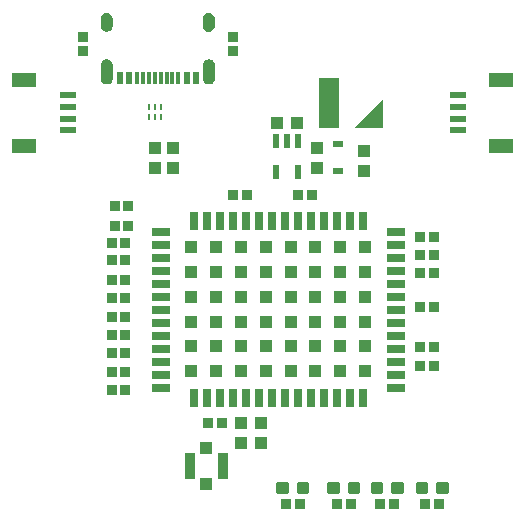
<source format=gtp>
G04 EAGLE Gerber RS-274X export*
G75*
%MOMM*%
%FSLAX34Y34*%
%LPD*%
%INSolderpaste Top*%
%IPPOS*%
%AMOC8*
5,1,8,0,0,1.08239X$1,22.5*%
G01*
%ADD10R,2.000000X1.200000*%
%ADD11R,1.350000X0.600000*%
%ADD12R,0.850000X0.900000*%
%ADD13R,0.850000X2.200000*%
%ADD14R,1.000000X1.050000*%
%ADD15R,0.830000X0.630000*%
%ADD16R,1.000000X1.100000*%
%ADD17C,0.300000*%
%ADD18R,1.700000X4.200000*%
%ADD19R,0.300000X1.000000*%
%ADD20R,0.600000X1.000000*%
%ADD21R,1.100000X1.000000*%
%ADD22R,0.550000X1.200000*%
%ADD23R,0.900000X0.850000*%
%ADD24R,0.250000X0.610000*%
%ADD25R,0.250000X0.560000*%
%ADD26R,0.800000X1.500000*%
%ADD27R,1.500000X0.800000*%
%ADD28R,1.100000X1.100000*%

G36*
X317646Y329826D02*
X317646Y329826D01*
X317663Y329823D01*
X317713Y329845D01*
X317764Y329860D01*
X317775Y329873D01*
X317791Y329880D01*
X317821Y329925D01*
X317856Y329965D01*
X317859Y329982D01*
X317868Y329997D01*
X317879Y330070D01*
X317879Y354070D01*
X317867Y354112D01*
X317864Y354156D01*
X317848Y354178D01*
X317840Y354204D01*
X317807Y354233D01*
X317781Y354268D01*
X317755Y354278D01*
X317735Y354296D01*
X317691Y354303D01*
X317651Y354318D01*
X317624Y354313D01*
X317597Y354317D01*
X317556Y354299D01*
X317514Y354290D01*
X317478Y354264D01*
X317469Y354260D01*
X317465Y354255D01*
X317454Y354246D01*
X293454Y330246D01*
X293433Y330208D01*
X293404Y330175D01*
X293400Y330148D01*
X293387Y330124D01*
X293390Y330080D01*
X293383Y330037D01*
X293394Y330012D01*
X293396Y329984D01*
X293422Y329949D01*
X293440Y329909D01*
X293463Y329894D01*
X293479Y329872D01*
X293520Y329856D01*
X293557Y329832D01*
X293600Y329825D01*
X293609Y329822D01*
X293616Y329823D01*
X293630Y329821D01*
X317630Y329821D01*
X317646Y329826D01*
G37*
G36*
X84004Y367009D02*
X84004Y367009D01*
X84007Y367005D01*
X85115Y367175D01*
X85121Y367181D01*
X85126Y367178D01*
X86168Y367590D01*
X86172Y367597D01*
X86177Y367595D01*
X87102Y368229D01*
X87104Y368237D01*
X87110Y368236D01*
X87870Y369060D01*
X87871Y369068D01*
X87877Y369068D01*
X88434Y370040D01*
X88434Y370044D01*
X88435Y370045D01*
X88433Y370047D01*
X88433Y370048D01*
X88439Y370050D01*
X88766Y371122D01*
X88765Y371127D01*
X88767Y371128D01*
X88765Y371131D01*
X88768Y371133D01*
X88849Y372250D01*
X88848Y372253D01*
X88849Y372254D01*
X88849Y384254D01*
X88844Y384261D01*
X88848Y384265D01*
X88629Y385209D01*
X88623Y385215D01*
X88625Y385220D01*
X88202Y386092D01*
X88194Y386095D01*
X88196Y386101D01*
X87589Y386857D01*
X87581Y386859D01*
X87581Y386865D01*
X86821Y387466D01*
X86812Y387466D01*
X86811Y387472D01*
X85936Y387890D01*
X85928Y387888D01*
X85926Y387893D01*
X84980Y388106D01*
X84973Y388102D01*
X84969Y388107D01*
X84000Y388103D01*
X83999Y388103D01*
X82931Y388084D01*
X82930Y388084D01*
X82924Y388080D01*
X82920Y388083D01*
X81883Y387827D01*
X81878Y387820D01*
X81872Y387823D01*
X80918Y387342D01*
X80915Y387335D01*
X80909Y387336D01*
X80086Y386655D01*
X80084Y386647D01*
X80078Y386647D01*
X79427Y385800D01*
X79427Y385792D01*
X79421Y385791D01*
X78974Y384820D01*
X78976Y384812D01*
X78971Y384810D01*
X78752Y383764D01*
X78755Y383757D01*
X78751Y383754D01*
X78751Y371754D01*
X78754Y371749D01*
X78751Y371746D01*
X78931Y370651D01*
X78937Y370645D01*
X78934Y370640D01*
X79353Y369612D01*
X79360Y369608D01*
X79358Y369603D01*
X79996Y368694D01*
X80003Y368692D01*
X80003Y368686D01*
X80826Y367942D01*
X80834Y367941D01*
X80835Y367935D01*
X81803Y367393D01*
X81812Y367394D01*
X81814Y367388D01*
X82878Y367075D01*
X82886Y367078D01*
X82889Y367073D01*
X83997Y367005D01*
X84004Y367009D01*
G37*
G36*
X170502Y367008D02*
X170502Y367008D01*
X170506Y367005D01*
X171551Y367123D01*
X171557Y367129D01*
X171562Y367125D01*
X172556Y367473D01*
X172560Y367480D01*
X172565Y367478D01*
X173457Y368038D01*
X173460Y368045D01*
X173465Y368045D01*
X174209Y368789D01*
X174211Y368797D01*
X174216Y368797D01*
X174776Y369689D01*
X174776Y369696D01*
X174777Y369697D01*
X174781Y369698D01*
X175129Y370692D01*
X175126Y370700D01*
X175131Y370703D01*
X175249Y371749D01*
X175247Y371752D01*
X175249Y371754D01*
X175249Y383754D01*
X175246Y383759D01*
X175249Y383762D01*
X175091Y384758D01*
X175085Y384764D01*
X175088Y384769D01*
X174713Y385705D01*
X174706Y385709D01*
X174708Y385715D01*
X174134Y386544D01*
X174126Y386547D01*
X174127Y386552D01*
X173383Y387233D01*
X173374Y387234D01*
X173374Y387240D01*
X172497Y387738D01*
X172489Y387737D01*
X172486Y387742D01*
X171521Y388033D01*
X171513Y388030D01*
X171510Y388035D01*
X170503Y388103D01*
X170501Y388102D01*
X170500Y388103D01*
X169419Y388094D01*
X169412Y388089D01*
X169408Y388093D01*
X168356Y387844D01*
X168351Y387837D01*
X168346Y387840D01*
X167376Y387363D01*
X167373Y387355D01*
X167367Y387357D01*
X166528Y386676D01*
X166526Y386668D01*
X166520Y386668D01*
X165854Y385818D01*
X165853Y385809D01*
X165848Y385808D01*
X165387Y384831D01*
X165389Y384823D01*
X165384Y384820D01*
X165152Y383765D01*
X165155Y383757D01*
X165151Y383754D01*
X165151Y371754D01*
X165155Y371749D01*
X165151Y371746D01*
X165344Y370640D01*
X165350Y370635D01*
X165347Y370630D01*
X165780Y369595D01*
X165787Y369591D01*
X165785Y369586D01*
X166438Y368673D01*
X166446Y368671D01*
X166445Y368665D01*
X167284Y367921D01*
X167293Y367920D01*
X167293Y367915D01*
X168277Y367376D01*
X168285Y367377D01*
X168287Y367372D01*
X169366Y367065D01*
X169374Y367068D01*
X169377Y367063D01*
X170497Y367005D01*
X170502Y367008D01*
G37*
G36*
X84004Y411510D02*
X84004Y411510D01*
X84009Y411506D01*
X85146Y411713D01*
X85152Y411719D01*
X85157Y411716D01*
X86219Y412171D01*
X86223Y412178D01*
X86229Y412176D01*
X87164Y412856D01*
X87166Y412864D01*
X87172Y412863D01*
X87932Y413734D01*
X87932Y413742D01*
X87938Y413743D01*
X88485Y414762D01*
X88484Y414770D01*
X88489Y414772D01*
X88495Y414791D01*
X88508Y414840D01*
X88522Y414890D01*
X88535Y414939D01*
X88549Y414988D01*
X88562Y415037D01*
X88563Y415037D01*
X88562Y415037D01*
X88576Y415087D01*
X88590Y415136D01*
X88603Y415185D01*
X88617Y415234D01*
X88630Y415284D01*
X88644Y415333D01*
X88657Y415382D01*
X88671Y415431D01*
X88685Y415481D01*
X88698Y415530D01*
X88712Y415579D01*
X88796Y415886D01*
X88793Y415894D01*
X88798Y415897D01*
X88849Y417052D01*
X88848Y417053D01*
X88849Y417054D01*
X88849Y423054D01*
X88845Y423060D01*
X88848Y423063D01*
X88636Y424144D01*
X88630Y424149D01*
X88633Y424154D01*
X88186Y425160D01*
X88179Y425164D01*
X88181Y425170D01*
X87521Y426051D01*
X87513Y426054D01*
X87513Y426059D01*
X86674Y426772D01*
X86666Y426772D01*
X86665Y426778D01*
X85688Y427286D01*
X85680Y427285D01*
X85678Y427290D01*
X84613Y427568D01*
X84605Y427565D01*
X84602Y427569D01*
X83502Y427603D01*
X83496Y427600D01*
X83493Y427603D01*
X82418Y427448D01*
X82412Y427442D01*
X82407Y427445D01*
X81393Y427055D01*
X81389Y427048D01*
X81383Y427050D01*
X80481Y426443D01*
X80479Y426435D01*
X80473Y426436D01*
X79729Y425644D01*
X79728Y425636D01*
X79722Y425636D01*
X79173Y424698D01*
X79174Y424690D01*
X79168Y424688D01*
X78841Y423652D01*
X78844Y423644D01*
X78839Y423641D01*
X78751Y422558D01*
X78753Y422555D01*
X78751Y422554D01*
X78751Y416554D01*
X78754Y416550D01*
X78751Y416548D01*
X78901Y415415D01*
X78907Y415409D01*
X78904Y415404D01*
X79302Y414334D01*
X79309Y414330D01*
X79307Y414324D01*
X79934Y413369D01*
X79942Y413366D01*
X79941Y413361D01*
X80764Y412569D01*
X80772Y412568D01*
X80773Y412562D01*
X81752Y411973D01*
X81760Y411974D01*
X81762Y411969D01*
X82847Y411613D01*
X82855Y411616D01*
X82858Y411611D01*
X83995Y411505D01*
X84004Y411510D01*
G37*
G36*
X171142Y411611D02*
X171142Y411611D01*
X171148Y411616D01*
X171153Y411613D01*
X172238Y411969D01*
X172243Y411976D01*
X172248Y411973D01*
X173227Y412562D01*
X173230Y412570D01*
X173236Y412569D01*
X174059Y413361D01*
X174060Y413369D01*
X174066Y413369D01*
X174693Y414324D01*
X174692Y414332D01*
X174698Y414334D01*
X175096Y415404D01*
X175094Y415412D01*
X175099Y415415D01*
X175249Y416548D01*
X175246Y416552D01*
X175249Y416554D01*
X175249Y422554D01*
X175246Y422558D01*
X175249Y422560D01*
X175099Y423693D01*
X175093Y423699D01*
X175096Y423704D01*
X174698Y424774D01*
X174691Y424778D01*
X174693Y424784D01*
X174066Y425739D01*
X174058Y425742D01*
X174059Y425747D01*
X173236Y426539D01*
X173228Y426540D01*
X173227Y426546D01*
X172248Y427135D01*
X172240Y427134D01*
X172238Y427139D01*
X171153Y427495D01*
X171145Y427493D01*
X171142Y427497D01*
X170005Y427603D01*
X169998Y427599D01*
X169994Y427603D01*
X168906Y427458D01*
X168900Y427452D01*
X168895Y427455D01*
X167867Y427072D01*
X167862Y427065D01*
X167857Y427067D01*
X166940Y426464D01*
X166937Y426456D01*
X166931Y426457D01*
X166171Y425665D01*
X166170Y425657D01*
X166164Y425656D01*
X165600Y424715D01*
X165601Y424707D01*
X165595Y424705D01*
X165254Y423662D01*
X165256Y423654D01*
X165252Y423651D01*
X165151Y422559D01*
X165153Y422556D01*
X165151Y422554D01*
X165151Y416554D01*
X165153Y416551D01*
X165151Y416550D01*
X165252Y415457D01*
X165257Y415451D01*
X165254Y415446D01*
X165595Y414403D01*
X165602Y414398D01*
X165600Y414393D01*
X166164Y413452D01*
X166172Y413449D01*
X166171Y413443D01*
X166931Y412651D01*
X166939Y412650D01*
X166940Y412644D01*
X167857Y412042D01*
X167865Y412042D01*
X167867Y412037D01*
X168895Y411653D01*
X168903Y411655D01*
X168906Y411650D01*
X169994Y411505D01*
X170001Y411509D01*
X170005Y411505D01*
X171142Y411611D01*
G37*
D10*
X14050Y370900D03*
X14050Y314900D03*
D11*
X50800Y357900D03*
X50800Y347900D03*
X50800Y337900D03*
X50800Y327900D03*
D12*
X90407Y246634D03*
X102007Y246634D03*
X90407Y263810D03*
X102007Y263810D03*
D13*
X154398Y43434D03*
X181898Y43434D03*
D14*
X168148Y58684D03*
X168148Y28184D03*
D15*
X279908Y316300D03*
X279908Y293300D03*
D16*
X301244Y310760D03*
X301244Y293760D03*
D17*
X246570Y28900D02*
X246570Y21900D01*
X246570Y28900D02*
X253570Y28900D01*
X253570Y21900D01*
X246570Y21900D01*
X246570Y24750D02*
X253570Y24750D01*
X253570Y27600D02*
X246570Y27600D01*
X229030Y28900D02*
X229030Y21900D01*
X229030Y28900D02*
X236030Y28900D01*
X236030Y21900D01*
X229030Y21900D01*
X229030Y24750D02*
X236030Y24750D01*
X236030Y27600D02*
X229030Y27600D01*
D12*
X235500Y11430D03*
X247100Y11430D03*
D18*
X272330Y350870D03*
D19*
X119500Y371954D03*
X124500Y371954D03*
D20*
X94750Y371954D03*
X102500Y371954D03*
D19*
X109500Y371954D03*
X114500Y371954D03*
X134500Y371954D03*
X129500Y371954D03*
D20*
X159250Y371954D03*
X151500Y371954D03*
D19*
X144500Y371954D03*
X139500Y371954D03*
D21*
X197240Y63500D03*
X214240Y63500D03*
D22*
X245720Y319071D03*
X236220Y319071D03*
X226720Y319071D03*
X226720Y293069D03*
X245720Y293069D03*
D23*
X63500Y407120D03*
X63500Y395520D03*
X190500Y407120D03*
X190500Y395520D03*
D21*
X227720Y334010D03*
X244720Y334010D03*
D16*
X261620Y296300D03*
X261620Y313300D03*
D24*
X129460Y347458D03*
D25*
X124460Y347708D03*
X119460Y347708D03*
X119460Y339108D03*
X124460Y339108D03*
X129460Y339108D03*
D16*
X139700Y313300D03*
X139700Y296300D03*
X124460Y313300D03*
X124460Y296300D03*
D12*
X278680Y11430D03*
X290280Y11430D03*
X353610Y11430D03*
X365210Y11430D03*
D17*
X289750Y21900D02*
X289750Y28900D01*
X296750Y28900D01*
X296750Y21900D01*
X289750Y21900D01*
X289750Y24750D02*
X296750Y24750D01*
X296750Y27600D02*
X289750Y27600D01*
X272210Y28900D02*
X272210Y21900D01*
X272210Y28900D02*
X279210Y28900D01*
X279210Y21900D01*
X272210Y21900D01*
X272210Y24750D02*
X279210Y24750D01*
X279210Y27600D02*
X272210Y27600D01*
X364680Y28900D02*
X364680Y21900D01*
X364680Y28900D02*
X371680Y28900D01*
X371680Y21900D01*
X364680Y21900D01*
X364680Y24750D02*
X371680Y24750D01*
X371680Y27600D02*
X364680Y27600D01*
X347140Y28900D02*
X347140Y21900D01*
X347140Y28900D02*
X354140Y28900D01*
X354140Y21900D01*
X347140Y21900D01*
X347140Y24750D02*
X354140Y24750D01*
X354140Y27600D02*
X347140Y27600D01*
D10*
X417750Y314900D03*
X417750Y370900D03*
D11*
X381000Y327900D03*
X381000Y337900D03*
X381000Y347900D03*
X381000Y357900D03*
D21*
X197240Y80010D03*
X214240Y80010D03*
D26*
X157480Y101600D03*
X168480Y101600D03*
X179480Y101600D03*
X190480Y101600D03*
X201480Y101600D03*
X212480Y101600D03*
X223480Y101600D03*
X234480Y101600D03*
X245480Y101600D03*
X256480Y101600D03*
X267480Y101600D03*
X278480Y101600D03*
X289480Y101600D03*
X300480Y101600D03*
X157480Y251100D03*
X168480Y251100D03*
X179480Y251100D03*
X190480Y251100D03*
X201480Y251100D03*
X212480Y251100D03*
X223480Y251100D03*
X234480Y251100D03*
X245480Y251100D03*
X256480Y251100D03*
X267480Y251100D03*
X278480Y251100D03*
X289480Y251100D03*
X300480Y251100D03*
D27*
X328480Y110100D03*
X328480Y121100D03*
X328480Y132100D03*
X328480Y143100D03*
X328480Y154100D03*
X328480Y165100D03*
X328480Y176100D03*
X328480Y187100D03*
X328480Y198100D03*
X328480Y209100D03*
X328480Y220100D03*
X328480Y231100D03*
X328480Y242100D03*
X129480Y242100D03*
X129480Y231100D03*
X129480Y220100D03*
X129480Y209100D03*
X129480Y198100D03*
X129480Y187100D03*
X129480Y176100D03*
X129480Y165100D03*
X129480Y154100D03*
X129480Y143100D03*
X129480Y132100D03*
X129480Y121100D03*
X129480Y110100D03*
D28*
X155480Y124100D03*
X176480Y124100D03*
X197480Y124100D03*
X218480Y124100D03*
X239480Y124100D03*
X260480Y124100D03*
X281480Y124100D03*
X302480Y124100D03*
X302480Y145100D03*
X281480Y145100D03*
X260480Y145100D03*
X239480Y145100D03*
X218480Y145100D03*
X197480Y145100D03*
X176480Y145100D03*
X155480Y145100D03*
X155480Y166100D03*
X176480Y166100D03*
X197480Y166100D03*
X218480Y166100D03*
X239480Y166100D03*
X260480Y166100D03*
X281480Y166100D03*
X302480Y166100D03*
X302480Y187100D03*
X281480Y187100D03*
X260480Y187100D03*
X239480Y187100D03*
X218480Y187100D03*
X197480Y187100D03*
X176480Y187100D03*
X155480Y187100D03*
X155480Y208100D03*
X176480Y208100D03*
X197480Y208100D03*
X218480Y208100D03*
X239480Y208100D03*
X260480Y208100D03*
X281480Y208100D03*
X302480Y208100D03*
X302480Y229100D03*
X281480Y229100D03*
X260480Y229100D03*
X239480Y229100D03*
X218480Y229100D03*
X197480Y229100D03*
X176480Y229100D03*
X155480Y229100D03*
D12*
X245660Y273050D03*
X257260Y273050D03*
X202650Y273050D03*
X191050Y273050D03*
X99467Y154672D03*
X87867Y154672D03*
X99467Y123524D03*
X87867Y123524D03*
X99467Y201393D03*
X87867Y201393D03*
X99467Y185819D03*
X87867Y185819D03*
X99467Y170245D03*
X87867Y170245D03*
X99467Y232227D03*
X87867Y232227D03*
X99467Y217923D03*
X87867Y217923D03*
X349448Y237490D03*
X361048Y237490D03*
X349448Y222481D03*
X361048Y222481D03*
X349448Y128155D03*
X361048Y128155D03*
X349448Y144434D03*
X361048Y144434D03*
X99467Y107950D03*
X87867Y107950D03*
X99467Y139098D03*
X87867Y139098D03*
X361048Y178493D03*
X349448Y178493D03*
X361048Y207472D03*
X349448Y207472D03*
X315510Y11430D03*
X327110Y11430D03*
D17*
X326580Y21900D02*
X326580Y28900D01*
X333580Y28900D01*
X333580Y21900D01*
X326580Y21900D01*
X326580Y24750D02*
X333580Y24750D01*
X333580Y27600D02*
X326580Y27600D01*
X309040Y28900D02*
X309040Y21900D01*
X309040Y28900D02*
X316040Y28900D01*
X316040Y21900D01*
X309040Y21900D01*
X309040Y24750D02*
X316040Y24750D01*
X316040Y27600D02*
X309040Y27600D01*
D12*
X169460Y80010D03*
X181060Y80010D03*
M02*

</source>
